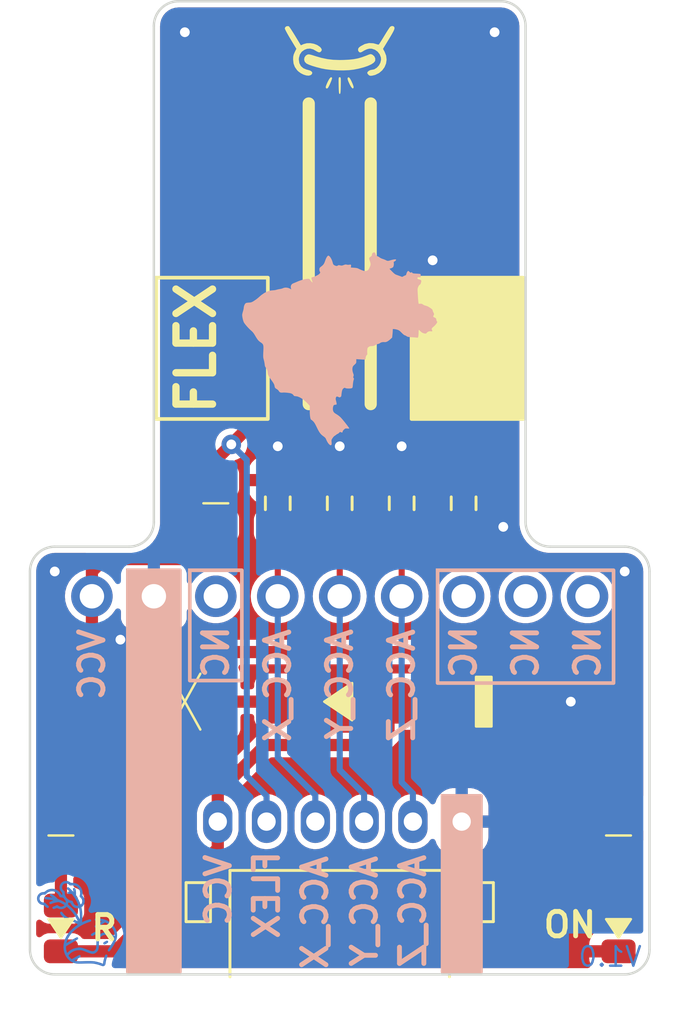
<source format=kicad_pcb>
(kicad_pcb (version 20221018) (generator pcbnew)
  (layers (0 "F.Cu" signal) (31 "B.Cu" signal) (34 "B.Paste" user) (35 "F.Paste" user) (36 "B.SilkS" user "B.Silkscreen") (37 "F.SilkS" user "F.Silkscreen") (38 "B.Mask" user) (39 "F.Mask" user) (44 "Edge.Cuts" user))
  (net 0 "")
  (net 1 "+5V")
  (net 2 "GND")
  (net 3 "X_AXIS")
  (net 4 "Y_AXIS")
  (net 5 "Z_AXIS")
  (net 6 "FLEX")
  (net 7 "Net-(D1-A)")
  (net 8 "Net-(D2-K)")
  (net 9 "VCC")
  (net 10 "Net-(D3-A)")
  (footprint "Capacitor_Tantalum_SMD:CP_EIA-3528-21_Kemet-B" (layer "F.Cu") (at 160.02 109.728)
    (fp_text reference "C1")
    (fp_text value "10uF")
    (pad "1" smd roundrect (at -1.5375 0) (size 1.325 2.35) (layers "F.Cu" "F.Paste" "F.Mask") (roundrect_rratio 0.1886792453) (net 1 "+5V"))
    (pad "2" smd roundrect (at 1.5375 0) (size 1.325 2.35) (layers "F.Cu" "F.Paste" "F.Mask") (roundrect_rratio 0.1886792453) (net 2 "GND"))
  )
  (footprint "Diode_SMD:D_SMA" (layer "F.Cu") (at 153.67 109.728)
    (fp_text reference "D2")
    (fp_text value "SS34")
    (pad "1" smd roundrect (at -2 0) (size 2.5 1.8) (layers "F.Cu" "F.Paste" "F.Mask") (roundrect_rratio 0.1388888889) (net 8 "Net-(D2-K)"))
    (pad "2" smd roundrect (at 2 0) (size 2.5 1.8) (layers "F.Cu" "F.Paste" "F.Mask") (roundrect_rratio 0.1388888889) (net 9 "VCC"))
  )
  (footprint "LED_SMD:LED_0805_2012Metric" (layer "F.Cu") (at 142.24 119.0225 90)
    (fp_text reference "D3")
    (fp_text value "RED")
    (pad "1" smd roundrect (at -0.9375 0 90) (size 0.975 1.4) (layers "F.Cu" "F.Paste" "F.Mask") (net 9 "VCC"))
    (pad "2" smd roundrect (at 0.9375 0 90) (size 0.975 1.4) (layers "F.Cu" "F.Paste" "F.Mask") (net 10 "Net-(D3-A)"))
  )
  (footprint "Connector_JST:JST_PH_S6B-PH-K_1x06_P2.00mm_Horizontal" (layer "F.Cu") (at 148.67 114.644)
    (fp_text reference "J1")
    (fp_text value "JST")
    (pad "1" thru_hole oval (at 0 0) (size 1.2 1.75) (drill 0.75) (layers "*.Cu" "*.Mask") (net 9 "VCC"))
    (pad "2" thru_hole oval (at 2 0) (size 1.2 1.75) (drill 0.75) (layers "*.Cu" "*.Mask") (net 6 "FLEX"))
    (pad "3" thru_hole oval (at 4 0) (size 1.2 1.75) (drill 0.75) (layers "*.Cu" "*.Mask") (net 3 "X_AXIS"))
    (pad "4" thru_hole oval (at 6 0) (size 1.2 1.75) (drill 0.75) (layers "*.Cu" "*.Mask") (net 4 "Y_AXIS"))
    (pad "5" thru_hole oval (at 8 0) (size 1.2 1.75) (drill 0.75) (layers "*.Cu" "*.Mask") (net 5 "Z_AXIS"))
    (pad "6" thru_hole roundrect (at 10 0) (size 1.2 1.75) (drill 0.75) (layers "*.Cu" "*.Mask") (net 2 "GND"))
  )
  (footprint "Connector_PinSocket_2.54mm:PinSocket_1x04_P2.54mm_Vertical_SMD_Pin1Left" (layer "F.Cu") (at 153.67 95.25 90)
    (fp_text reference "J3")
    (fp_text value "Modu")
    (pad "1" smd rect (at 0 -3.81 90) (size 5.334 1.27) (layers "F.Cu" "F.Paste" "F.Mask") (net 6 "FLEX"))
    (pad "4" smd rect (at 0 3.81 90) (size 5.334 1.27) (layers "F.Cu" "F.Paste" "F.Mask") (net 2 "GND"))
  )
  (footprint "Capacitor_SMD:C_0805_2012Metric" (layer "F.Cu") (at 153.67 101.6 90)
    (fp_text reference "C3")
    (fp_text value "100nF")
    (pad "1" smd roundrect (at -0.95 0 90) (size 1 1.45) (layers "F.Cu" "F.Paste" "F.Mask") (net 4 "Y_AXIS"))
    (pad "2" smd roundrect (at 0.95 0 90) (size 1 1.45) (layers "F.Cu" "F.Paste" "F.Mask") (net 2 "GND"))
  )
  (footprint "Resistor_SMD:R_0805_2012Metric" (layer "F.Cu") (at 142.24 115.2125 90)
    (fp_text reference "R3")
    (fp_text value "1k")
    (pad "1" smd roundrect (at -0.9125 0 90) (size 1.025 1.4) (layers "F.Cu" "F.Paste" "F.Mask") (roundrect_rratio 0.243902439) (net 10 "Net-(D3-A)"))
    (pad "2" smd roundrect (at 0.9125 0 90) (size 1.025 1.4) (layers "F.Cu" "F.Paste" "F.Mask") (roundrect_rratio 0.243902439) (net 2 "GND"))
  )
  (footprint "Resistor_SMD:R_0805_2012Metric" (layer "F.Cu") (at 165.1 115.2125 -90)
    (fp_text reference "R2")
    (fp_text value "1k")
    (pad "1" smd roundrect (at -0.9125 0 270) (size 1.025 1.4) (layers "F.Cu" "F.Paste" "F.Mask") (roundrect_rratio 0.243902439) (net 1 "+5V"))
    (pad "2" smd roundrect (at 0.9125 0 270) (size 1.025 1.4) (layers "F.Cu" "F.Paste" "F.Mask") (roundrect_rratio 0.243902439) (net 7 "Net-(D1-A)"))
  )
  (footprint "Connector_PinSocket_2.54mm:PinSocket_1x09_P2.54mm_Vertical" (layer "F.Cu") (at 163.83 105.41 -90)
    (fp_text reference "J2")
    (fp_text value "Modu")
    (pad "1" thru_hole circle (at 0 0 270) (size 1.7 1.7) (drill 1) (layers "*.Cu" "*.Mask"))
    (pad "2" thru_hole oval (at 0 2.54 270) (size 1.7 1.7) (drill 1) (layers "*.Cu" "*.Mask"))
    (pad "3" thru_hole oval (at 0 5.08 270) (size 1.7 1.7) (drill 1) (layers "*.Cu" "*.Mask"))
    (pad "4" thru_hole oval (at 0 7.62 270) (size 1.7 1.7) (drill 1) (layers "*.Cu" "*.Mask") (net 5 "Z_AXIS"))
    (pad "5" thru_hole oval (at 0 10.16 270) (size 1.7 1.7) (drill 1) (layers "*.Cu" "*.Mask") (net 4 "Y_AXIS"))
    (pad "6" thru_hole oval (at 0 12.7 270) (size 1.7 1.7) (drill 1) (layers "*.Cu" "*.Mask") (net 3 "X_AXIS"))
    (pad "7" thru_hole oval (at 0 15.24 270) (size 1.7 1.7) (drill 1) (layers "*.Cu" "*.Mask"))
    (pad "8" thru_hole rect (at 0 17.78 270) (size 1.7 1.7) (drill 1) (layers "*.Cu" "*.Mask") (net 2 "GND"))
    (pad "9" thru_hole oval (at 0 20.32 270) (size 1.7 1.7) (drill 1) (layers "*.Cu" "*.Mask") (net 1 "+5V"))
  )
  (footprint "LED_SMD:LED_0805_2012Metric" (layer "F.Cu") (at 165.1 119.0225 90)
    (fp_text reference "D1")
    (fp_text value "WHITE")
    (pad "1" smd roundrect (at -0.9375 0 90) (size 0.975 1.4) (layers "F.Cu" "F.Paste" "F.Mask") (net 2 "GND"))
    (pad "2" smd roundrect (at 0.9375 0 90) (size 0.975 1.4) (layers "F.Cu" "F.Paste" "F.Mask") (net 7 "Net-(D1-A)"))
  )
  (footprint "Fuse:Fuse_1210_3225Metric" (layer "F.Cu") (at 147.32 109.728 180)
    (fp_text reference "F1")
    (fp_text value "Fuse")
    (pad "1" smd roundrect (at -1.4 0 180) (size 1.25 2.65) (layers "F.Cu" "F.Paste" "F.Mask") (roundrect_rratio 0.2) (net 8 "Net-(D2-K)"))
    (pad "2" smd roundrect (at 1.4 0 180) (size 1.25 2.65) (layers "F.Cu" "F.Paste" "F.Mask") (roundrect_rratio 0.2) (net 1 "+5V"))
  )
  (footprint "Capacitor_SMD:C_0805_2012Metric" (layer "F.Cu") (at 151.13 101.6 90)
    (fp_text reference "C2")
    (fp_text value "100nF")
    (pad "1" smd roundrect (at -0.95 0 90) (size 1 1.45) (layers "F.Cu" "F.Paste" "F.Mask") (net 3 "X_AXIS"))
    (pad "2" smd roundrect (at 0.95 0 90) (size 1 1.45) (layers "F.Cu" "F.Paste" "F.Mask") (net 2 "GND"))
  )
  (footprint "Resistor_SMD:R_0805_2012Metric" (layer "F.Cu") (at 148.59 101.6 90)
    (fp_text reference "R1")
    (fp_text value "10k")
    (pad "1" smd roundrect (at -0.9125 0 90) (size 1.025 1.4) (layers "F.Cu" "F.Paste" "F.Mask") (roundrect_rratio 0.243902439) (net 1 "+5V"))
    (pad "2" smd roundrect (at 0.9125 0 90) (size 1.025 1.4) (layers "F.Cu" "F.Paste" "F.Mask") (roundrect_rratio 0.243902439) (net 6 "FLEX"))
  )
  (footprint "Logo_Icons:flex" (layer "F.Cu") (at 153.67 83.439 180)
    (fp_text reference "G***")
    (fp_text value "LOGO" hide)
  )
  (footprint "Capacitor_SMD:C_0805_2012Metric" (layer "F.Cu") (at 158.75 101.6 -90)
    (fp_text reference "C5")
    (fp_text value "100nF")
    (pad "1" smd roundrect (at -0.95 0 270) (size 1 1.45) (layers "F.Cu" "F.Paste" "F.Mask") (net 6 "FLEX"))
    (pad "2" smd roundrect (at 0.95 0 270) (size 1 1.45) (layers "F.Cu" "F.Paste" "F.Mask") (net 2 "GND"))
  )
  (footprint "Capacitor_SMD:C_0805_2012Metric" (layer "F.Cu") (at 156.21 101.6 90)
    (fp_text reference "C4")
    (fp_text value "100nF")
    (pad "1" smd roundrect (at -0.95 0 90) (size 1 1.45) (layers "F.Cu" "F.Paste" "F.Mask") (net 5 "Z_AXIS"))
    (pad "2" smd roundrect (at 0.95 0 90) (size 1 1.45) (layers "F.Cu" "F.Paste" "F.Mask") (net 2 "GND"))
  )
  (footprint "Logo_Icons:brazil" (layer "B.Cu") (at 153.67 95.25 180)
    (fp_text reference "G***")
    (fp_text value "LOGO" hide)
  )
  (footprint "Logo_Icons:nabo" (layer "B.Cu") (at 142.9004 118.8212 180)
    (fp_text reference "G***")
    (fp_text value "LOGO" hide)
    (fp_poly (pts (xy -1.216101 -0.700833) (xy -1.195343 -0.709957) (xy -1.169683 -0.722947) (xy -1.14239 -0.737991) (xy -1.116734 -0.753274) (xy -1.095983 -0.766984) (xy -1.083405 -0.777306) (xy -1.082319 -0.778588) (xy -1.074621 -0.798588) (xy -1.07691 -0.820861) (xy -1.087233 -0.841403) (xy -1.103634 -0.856207) (xy -1.122691 -0.861314) (xy -1.135111 -0.857923) (xy -1.155839 -0.84893) (xy -1.181525 -0.835879) (xy -1.198537 -0.826389) (xy -1.234018 -0.804539) (xy -1.258044 -0.78616) (xy -1.271923 -0.769817) (xy -1.276963 -0.754074) (xy -1.275708 -0.741706) (xy -1.265309 -0.720019) (xy -1.248504 -0.703957) (xy -1.229408 -0.697399) (xy -1.22869 -0.697389)) (fill solid) (layer "B.Cu"))
    (fp_poly (pts (xy -0.739371 -0.338523) (xy -0.716848 -0.347908) (xy -0.689093 -0.361493) (xy -0.659182 -0.377592) (xy -0.630195 -0.394522) (xy -0.605209 -0.410599) (xy -0.587304 -0.424138) (xy -0.582867 -0.428409) (xy -0.571976 -0.445309) (xy -0.567483 -0.4622) (xy -0.573174 -0.4808) (xy -0.587252 -0.498358) (xy -0.605228 -0.510262) (xy -0.616742 -0.512785) (xy -0.628673 -0.509535) (xy -0.649418 -0.500695) (xy -0.676014 -0.487631) (xy -0.704319 -0.472377) (xy -0.733483 -0.455478) (xy -0.758991 -0.439763) (xy -0.778005 -0.427042) (xy -0.787457 -0.419391) (xy -0.799223 -0.397928) (xy -0.800212 -0.375266) (xy -0.791825 -0.354899) (xy -0.775468 -0.340322) (xy -0.753582 -0.33502)) (fill solid) (layer "B.Cu"))
    (fp_poly (pts (xy 0.49671 1.745239) (xy 0.547245 1.730516) (xy 0.594096 1.706521) (xy 0.635655 1.673991) (xy 0.670313 1.633666) (xy 0.696462 1.586281) (xy 0.712494 1.532576) (xy 0.716394 1.500973) (xy 0.714678 1.442571) (xy 0.70121 1.389062) (xy 0.67534 1.338696) (xy 0.638732 1.292221) (xy 0.622421 1.273045) (xy 0.613276 1.256571) (xy 0.608608 1.236633) (xy 0.606686 1.218721) (xy 0.604888 1.195463) (xy 0.605346 1.182701) (xy 0.609121 1.177312) (xy 0.617274 1.17617) (xy 0.621119 1.176193) (xy 0.632094 1.178341) (xy 0.642056 1.186197) (xy 0.653501 1.20229) (xy 0.663203 1.218875) (xy 0.679654 1.243926) (xy 0.702148 1.272827) (xy 0.726521 1.300325) (xy 0.73309 1.307033) (xy 0.789655 1.354091) (xy 0.852007 1.389608) (xy 0.918549 1.413552) (xy 0.987682 1.42589) (xy 1.057807 1.426589) (xy 1.127327 1.415617) (xy 1.194643 1.392941) (xy 1.258157 1.358529) (xy 1.309314 1.318803) (xy 1.323868 1.30638) (xy 1.336697 1.298726) (xy 1.352078 1.294404) (xy 1.374288 1.291979) (xy 1.392627 1.29084) (xy 1.427309 1.287667) (xy 1.454969 1.281595) (xy 1.482201 1.270991) (xy 1.492483 1.266088) (xy 1.541668 1.234512) (xy 1.58291 1.193065) (xy 1.614619 1.143945) (xy 1.635204 1.089351) (xy 1.640758 1.061192) (xy 1.642273 1.003566) (xy 1.631472 0.94831) (xy 1.609628 0.897059) (xy 1.578015 0.851447) (xy 1.537909 0.813109) (xy 1.490584 0.783679) (xy 1.437312 0.764792) (xy 1.405492 0.759442) (xy 1.381566 0.756198) (xy 1.365149 0.750703) (xy 1.350753 0.740148) (xy 1.333871 0.722791) (xy 1.30844 0.698167) (xy 1.279837 0.67518) (xy 1.251073 0.655825) (xy 1.225162 0.642097) (xy 1.205117 0.635991) (xy 1.202559 0.635855) (xy 1.179455 0.641921) (xy 1.162983 0.658318) (xy 1.155639 0.682342) (xy 1.155478 0.686842) (xy 1.157738 0.703893) (xy 1.166604 0.717378) (xy 1.181117 0.729515) (xy 1.196514 0.742294) (xy 1.218177 0.762023) (xy 1.242939 0.785755) (xy 1.262236 0.805015) (xy 1.317716 0.86148) (xy 1.363304 0.86148) (xy 1.413478 0.867201) (xy 1.456824 0.883612) (xy 1.492144 0.909588) (xy 1.518238 0.944007) (xy 1.533909 0.985741) (xy 1.538141 1.025572) (xy 1.531926 1.072087) (xy 1.514416 1.112306) (xy 1.486989 1.145075) (xy 1.451022 1.169238) (xy 1.407892 1.183639) (xy 1.358977 1.187123) (xy 1.34667 1.18622) (xy 1.29923 1.181456) (xy 1.260979 1.220013) (xy 1.226439 1.252232) (xy 1.19415 1.275897) (xy 1.15934 1.29419) (xy 1.134966 1.304019) (xy 1.072657 1.320367) (xy 1.01017 1.323124) (xy 0.966594 1.317156) (xy 0.902422 1.297514) (xy 0.84669 1.267115) (xy 0.799319 1.2259) (xy 0.760232 1.173807) (xy 0.744831 1.14581) (xy 0.731275 1.120068) (xy 0.718571 1.098569) (xy 0.708769 1.084689) (xy 0.706056 1.081978) (xy 0.692566 1.076766) (xy 0.671944 1.07374) (xy 0.663137 1.073432) (xy 0.636927 1.071307) (xy 0.607594 1.065943) (xy 0.596257 1.062966) (xy 0.571653 1.053524) (xy 0.554131 1.040042) (xy 0.540112 1.02212) (xy 0.523053 0.998817) (xy 0.50274 0.973097) (xy 0.492068 0.96038) (xy 0.476687 0.941413) (xy 0.468562 0.926119) (xy 0.465408 0.908381) (xy 0.464926 0.887742) (xy 0.464926 0.846463) (xy 0.487147 0.86096) (xy 0.5203 0.880981) (xy 0.562304 0.903949) (xy 0.609247 0.927897) (xy 0.657218 0.95086) (xy 0.702306 0.970872) (xy 0.721285 0.978658) (xy 0.760777 0.995342) (xy 0.788771 1.009677) (xy 0.807033 1.022633) (xy 0.813143 1.028991) (xy 0.84106 1.05952) (xy 0.876566 1.092717) (xy 0.91659 1.126189) (xy 0.95806 1.15754) (xy 0.997904 1.184378) (xy 1.033049 1.204309) (xy 1.045312 1.209898) (xy 1.062833 1.215627) (xy 1.075887 1.214438) (xy 1.086335 1.209435) (xy 1.102862 1.195508) (xy 1.113119 1.180869) (xy 1.117884 1.160575) (xy 1.111375 1.141214) (xy 1.092868 1.121665) (xy 1.061638 1.100805) (xy 1.061309 1.100614) (xy 1.033487 1.084151) (xy 1.017625 1.073388) (xy 1.013591 1.067642) (xy 1.021252 1.066228) (xy 1.040477 1.068462) (xy 1.055577 1.070937) (xy 1.090104 1.076247) (xy 1.13042 1.081511) (xy 1.172675 1.086321) (xy 1.213015 1.090269) (xy 1.247588 1.092945) (xy 1.272542 1.093943) (xy 1.272745 1.093943) (xy 1.298689 1.088825) (xy 1.318358 1.075406) (xy 1.330248 1.056597) (xy 1.332859 1.035303) (xy 1.324686 1.014433) (xy 1.317854 1.00666) (xy 1.309332 1.000375) (xy 1.297437 0.995592) (xy 1.279635 0.991779) (xy 1.253391 0.988402) (xy 1.216172 0.984927) (xy 1.213587 0.984708) (xy 1.179351 0.981384) (xy 1.142374 0.97706) (xy 1.104546 0.972048) (xy 1.067756 0.966661) (xy 1.033891 0.961214) (xy 1.004841 0.956019) (xy 0.982494 0.951391) (xy 0.968739 0.947642) (xy 0.965465 0.945086) (xy 0.969681 0.944226) (xy 0.984197 0.940873) (xy 1.006512 0.933208) (xy 1.03348 0.922604) (xy 1.061951 0.910435) (xy 1.08878 0.898073) (xy 1.11082 0.886892) (xy 1.124922 0.878266) (xy 1.128176 0.875067) (xy 1.135204 0.849922) (xy 1.130953 0.825657) (xy 1.116951 0.807279) (xy 1.105249 0.799036) (xy 1.094115 0.794871) (xy 1.080634 0.795059) (xy 1.061893 0.799871) (xy 1.034977 0.80958) (xy 1.01684 0.816631) (xy 0.946987 0.84089) (xy 0.875096 0.860137) (xy 0.807094 0.872826) (xy 0.796448 0.874207) (xy 0.772181 0.876686) (xy 0.754056 0.876534) (xy 0.737025 0.872847) (xy 0.716041 0.864723) (xy 0.697652 0.856528) (xy 0.668992 0.842727) (xy 0.634019 0.824704) (xy 0.598137 0.805284) (xy 0.57879 0.794351) (xy 0.51147 0.755542) (xy 0.537326 0.733191) (xy 0.567333 0.71367) (xy 0.604246 0.698839) (xy 0.64149 0.691123) (xy 0.652948 0.690552) (xy 0.687198 0.695017) (xy 0.72441 0.706843) (xy 0.757926 0.723674) (xy 0.769345 0.731706) (xy 0.792065 0.747941) (xy 0.810918 0.755355) (xy 0.830112 0.754131) (xy 0.853855 0.744451) (xy 0.869525 0.736065) (xy 0.897157 0.72227) (xy 0.925985 0.710377) (xy 0.946945 0.70374) (xy 0.98064 0.691633) (xy 1.002358 0.674644) (xy 1.011592 0.653208) (xy 1.011898 0.648026) (xy 1.006201 0.627334) (xy 0.991869 0.608858) (xy 0.973038 0.596976) (xy 0.96165 0.594832) (xy 0.945006 0.597173) (xy 0.920396 0.60324) (xy 0.892517 0.6116) (xy 0.866065 0.620819) (xy 0.845739 0.629466) (xy 0.842466 0.631199) (xy 0.833001 0.635024) (xy 0.82231 0.634705) (xy 0.806955 0.629446) (xy 0.783496 0.618447) (xy 0.779958 0.616696) (xy 0.723434 0.595996) (xy 0.66442 0.587937) (xy 0.604842 0.592217) (xy 0.546626 0.608536) (xy 0.491699 0.636592) (xy 0.450449 0.668161) (xy 0.424001 0.692054) (xy 0.398313 0.670087) (xy 0.321535 0.599564) (xy 0.2468 0.521644) (xy 0.177301 0.439939) (xy 0.116228 0.35806) (xy 0.096236 0.328183) (xy 0.079815 0.301747) (xy 0.0615 0.27055) (xy 0.042421 0.236726) (xy 0.023708 0.202412) (xy 0.006493 0.169745) (xy -0.008095 0.14086) (xy -0.018925 0.117892) (xy -0.024867 0.102979) (xy -0.025414 0.098343) (xy -0.018433 0.099942) (xy -0.00248 0.106855) (xy 0.019467 0.117747) (xy 0.028134 0.122318) (xy 0.059553 0.137826) (xy 0.096305 0.153349) (xy 0.140363 0.169611) (xy 0.193695 0.187338) (xy 0.258272 0.207253) (xy 0.263121 0.208704) (xy 0.344432 0.238453) (xy 0.416601 0.276672) (xy 0.455883 0.303684) (xy 0.492724 0.334408) (xy 0.529542 0.3704) (xy 0.5624 0.407532) (xy 0.586863 0.440899) (xy 0.603433 0.464629) (xy 0.617765 0.478309) (xy 0.633162 0.484389) (xy 0.646921 0.485437) (xy 0.668776 0.480408) (xy 0.683218 0.467422) (xy 0.69285 0.452049) (xy 0.696427 0.436328) (xy 0.693274 0.418443) (xy 0.682713 0.396575) (xy 0.664066 0.368908) (xy 0.636657 0.333624) (xy 0.630534 0.32607) (xy 0.57439 0.267028) (xy 0.507168 0.213386) (xy 0.430797 0.166326) (xy 0.347207 0.127028) (xy 0.258326 0.096674) (xy 0.253962 0.095463) (xy 0.21621 0.084358) (xy 0.176766 0.071536) (xy 0.141262 0.058882) (xy 0.122793 0.051567) (xy 0.097361 0.039753) (xy 0.068992 0.024852) (xy 0.040246 0.008434) (xy 0.013683 -0.007928) (xy -0.008135 -0.022662) (xy -0.022649 -0.034198) (xy -0.027349 -0.04058) (xy -0.022079 -0.046826) (xy -0.008317 -0.057892) (xy 0.009443 -0.070352) (xy 0.072264 -0.115735) (xy 0.138063 -0.169829) (xy 0.203539 -0.229526) (xy 0.26539 -0.291718) (xy 0.320313 -0.353295) (xy 0.35105 -0.391938) (xy 0.416602 -0.488631) (xy 0.469727 -0.587297) (xy 0.51037 -0.687239) (xy 0.538476 -0.78776) (xy 0.553991 -0.888164) (xy 0.55686 -0.987754) (xy 0.547029 -1.085832) (xy 0.524442 -1.181704) (xy 0.489045 -1.27467) (xy 0.440784 -1.364036) (xy 0.428747 -1.382675) (xy 0.374292 -1.45315) (xy 0.311721 -1.513606) (xy 0.242147 -1.563149) (xy 0.166682 -1.600879) (xy 0.150195 -1.607216) (xy 0.114379 -1.619431) (xy 0.079937 -1.629055) (xy 0.044765 -1.63629) (xy 0.006757 -1.64134) (xy -0.03619 -1.644407) (xy -0.086181 -1.645695) (xy -0.145321 -1.645405) (xy -0.215714 -1.643742) (xy -0.225626 -1.643441) (xy -0.320955 -1.640763) (xy -0.40381 -1.639059) (xy -0.475355 -1.638347) (xy -0.536758 -1.638645) (xy -0.589184 -1.639972) (xy -0.633798 -1.642345) (xy -0.671767 -1.645782) (xy -0.704257 -1.650301) (xy -0.707645 -1.650883) (xy -0.815855 -1.673549) (xy -0.914078 -1.702094) (xy -0.970457 -1.722795) (xy -1.010614 -1.737727) (xy -1.041682 -1.746398) (xy -1.066524 -1.749192) (xy -1.088002 -1.746489) (xy -1.104538 -1.740693) (xy -1.128974 -1.724543) (xy -1.149835 -1.701052) (xy -1.163109 -1.675131) (xy -1.165226 -1.666353) (xy -1.167967 -1.648561) (xy -1.171888 -1.622706) (xy -1.176162 -1.594251) (xy -1.176341 -1.593055) (xy -1.184122 -1.547103) (xy -1.19379 -1.502778) (xy -1.206437 -1.455719) (xy -1.223155 -1.401562) (xy -1.228078 -1.386468) (xy -1.238527 -1.353903) (xy -1.244843 -1.331366) (xy -1.247491 -1.316009) (xy -1.246936 -1.304981) (xy -1.243644 -1.295434) (xy -1.243122 -1.294326) (xy -1.228011 -1.276041) (xy -1.207194 -1.266826) (xy -1.184713 -1.266848) (xy -1.164608 -1.276274) (xy -1.152996 -1.290611) (xy -1.141644 -1.316935) (xy -1.128952 -1.35315) (xy -1.115687 -1.396279) (xy -1.102612 -1.44334) (xy -1.090492 -1.491354) (xy -1.080094 -1.537343) (xy -1.072181 -1.578326) (xy -1.067519 -1.611324) (xy -1.066595 -1.627122) (xy -1.065409 -1.641841) (xy -1.060524 -1.645809) (xy -1.05463 -1.644047) (xy -0.931965 -1.598169) (xy -0.800494 -1.562706) (xy -0.724737 -1.547697) (xy -0.678703 -1.541756) (xy -0.619459 -1.53765) (xy -0.547346 -1.535384) (xy -0.462706 -1.534962) (xy -0.36588 -1.536389) (xy -0.25721 -1.539669) (xy -0.222207 -1.541021) (xy -0.149757 -1.54322) (xy -0.08877 -1.543355) (xy -0.037172 -1.541299) (xy 0.00711 -1.536923) (xy 0.046149 -1.5301) (xy 0.075159 -1.522749) (xy 0.104751 -1.514181) (xy -0.00745 -1.450002) (xy -0.043859 -1.428915) (xy -0.077032 -1.409217) (xy -0.104775 -1.392248) (xy -0.124899 -1.379347) (xy -0.135034 -1.372015) (xy -0.147561 -1.352961) (xy -0.149497 -1.331118) (xy -0.142292 -1.310169) (xy -0.127401 -1.293799) (xy -0.106275 -1.285692) (xy -0.100877 -1.285384) (xy -0.089569 -1.288801) (xy -0.068069 -1.29854) (xy -0.037878 -1.313827) (xy -0.000494 -1.33389) (xy 0.042583 -1.357958) (xy 0.065088 -1.370848) (xy 0.105931 -1.394284) (xy 0.142953 -1.415266) (xy 0.174483 -1.43287) (xy 0.198854 -1.446169) (xy 0.214397 -1.454241) (xy 0.219336 -1.456312) (xy 0.227753 -1.451527) (xy 0.242693 -1.438792) (xy 0.261776 -1.420537) (xy 0.282624 -1.399193) (xy 0.302858 -1.37719) (xy 0.320099 -1.356958) (xy 0.33137 -1.341852) (xy 0.35043 -1.312855) (xy 0.321855 -1.275008) (xy 0.279363 -1.228677) (xy 0.225822 -1.186505) (xy 0.163589 -1.149958) (xy 0.095022 -1.120502) (xy 0.05091 -1.106591) (xy 0.020665 -1.099443) (xy -0.010167 -1.094828) (xy -0.045891 -1.092286) (xy -0.090811 -1.09136) (xy -0.092301 -1.091352) (xy -0.122104 -1.091459) (xy -0.148112 -1.09243) (xy -0.172267 -1.094795) (xy -0.196514 -1.099083) (xy -0.222793 -1.105821) (xy -0.253048 -1.115539) (xy -0.289222 -1.128765) (xy -0.333256 -1.146029) (xy -0.387093 -1.167859) (xy -0.414183 -1.178962) (xy -0.480534 -1.20492) (xy -0.536978 -1.223912) (xy -0.585243 -1.236151) (xy -0.627058 -1.241853) (xy -0.664155 -1.24123) (xy -0.698261 -1.234498) (xy -0.731106 -1.221869) (xy -0.73713 -1.21893) (xy -0.774483 -1.195153) (xy -0.810599 -1.163367) (xy -0.841172 -1.127786) (xy -0.858264 -1.100383) (xy -0.870306 -1.074076) (xy -0.879561 -1.047108) (xy -0.886356 -1.017202) (xy -0.891022 -0.982084) (xy -0.893888 -0.939479) (xy -0.895285 -0.887111) (xy -0.895565 -0.843015) (xy -0.896337 -0.776575) (xy -0.898866 -0.721904) (xy -0.903634 -0.677155) (xy -0.911119 -0.640481) (xy -0.921803 -0.610038) (xy -0.936167 -0.583978) (xy -0.95469 -0.560455) (xy -0.974163 -0.540985) (xy -1.024121 -0.503915) (xy -1.080033 -0.478443) (xy -1.140164 -0.46486) (xy -1.202775 -0.463459) (xy -1.266132 -0.47453) (xy -1.300901 -0.486134) (xy -1.333823 -0.50188) (xy -1.372149 -0.524552) (xy -1.411705 -0.551314) (xy -1.448317 -0.579335) (xy -1.47781 -0.605779) (xy -1.47915 -0.607139) (xy -1.512244 -0.640996) (xy -1.491354 -0.690716) (xy -1.474444 -0.727245) (xy -1.451543 -0.770338) (xy -1.422081 -0.820963) (xy -1.385489 -0.880088) (xy -1.341197 -0.94868) (xy -1.325127 -0.973055) (xy -1.297285 -1.015967) (xy -1.277154 -1.049545) (xy -1.264247 -1.075396) (xy -1.258074 -1.095128) (xy -1.258147 -1.11035) (xy -1.263975 -1.122668) (xy -1.275071 -1.133692) (xy -1.27605 -1.13447) (xy -1.289934 -1.143871) (xy -1.302784 -1.148181) (xy -1.315747 -1.146455) (xy -1.329971 -1.137744) (xy -1.346604 -1.121103) (xy -1.366794 -1.095584) (xy -1.39169 -1.060241) (xy -1.422439 -1.014126) (xy -1.42301 -1.013256) (xy -1.44934 -0.972814) (xy -1.475408 -0.932108) (xy -1.499416 -0.893997) (xy -1.519565 -0.861338) (xy -1.534055 -0.836989) (xy -1.534842 -0.835616) (xy -1.581603 -0.743926) (xy -1.615245 -0.655387) (xy -1.63581 -0.569443) (xy -1.643341 -0.485536) (xy -1.63788 -0.403109) (xy -1.61947 -0.321607) (xy -1.588154 -0.240473) (xy -1.581459 -0.226491) (xy -1.53028 -0.137442) (xy -1.46926 -0.057519) (xy -1.399094 0.012867) (xy -1.320479 0.073303) (xy -1.234112 0.123379) (xy -1.140688 0.162683) (xy -1.040904 0.190803) (xy -0.935456 0.207328) (xy -0.839764 0.211951) (xy -0.803037 0.211751) (xy -0.777416 0.210919) (xy -0.760336 0.209108) (xy -0.749232 0.205974) (xy -0.741538 0.201169) (xy -0.738412 0.198277) (xy -0.726794 0.177918) (xy -0.725462 0.153942) (xy -0.734267 0.131566) (xy -0.740562 0.12426) (xy -0.749409 0.117319) (xy -0.760168 0.112929) (xy -0.77601 0.110525) (xy -0.800106 0.109541) (xy -0.823854 0.109394) (xy -0.855439 0.108726) (xy -0.889869 0.106908) (xy -0.92448 0.104218) (xy -0.956612 0.100936) (xy -0.983603 0.09734) (xy -1.002791 0.09371) (xy -1.011514 0.090325) (xy -1.011769 0.089698) (xy -1.006059 0.085244) (xy -0.990109 0.075042) (xy -0.96557 0.06009) (xy -0.934096 0.041385) (xy -0.89734 0.019928) (xy -0.873317 0.006077) (xy -0.824461 -0.022292) (xy -0.786522 -0.045274) (xy -0.758323 -0.06387) (xy -0.738692 -0.079081) (xy -0.726452 -0.091909) (xy -0.72043 -0.103354) (xy -0.719451 -0.114419) (xy -0.721427 -0.12341) (xy -0.732842 -0.142834) (xy -0.750804 -0.157802) (xy -0.770169 -0.164081) (xy -0.770906 -0.164092) (xy -0.780699 -0.160756) (xy -0.800686 -0.151308) (xy -0.829283 -0.136592) (xy -0.864908 -0.117447) (xy -0.90598 -0.094715) (xy -0.950915 -0.069238) (xy -0.970862 -0.057747) (xy -1.154576 0.048598) (xy -1.184085 0.033655) (xy -1.261817 -0.012471) (xy -1.332482 -0.067972) (xy -1.394834 -0.131366) (xy -1.447628 -0.201168) (xy -1.48962 -0.275893) (xy -1.519565 -0.354058) (xy -1.524628 -0.372406) (xy -1.52997 -0.397748) (xy -1.534257 -0.426386) (xy -1.537261 -0.455211) (xy -1.538758 -0.481117) (xy -1.53852 -0.500996) (xy -1.536321 -0.511741) (xy -1.534843 -0.512786) (xy -1.528187 -0.508784) (xy -1.514013 -0.498263) (xy -1.495313 -0.483451) (xy -1.494222 -0.482563) (xy -1.423917 -0.432381) (xy -1.352171 -0.39488) (xy -1.279695 -0.37018) (xy -1.207199 -0.358397) (xy -1.135395 -0.35965) (xy -1.064993 -0.374056) (xy -0.99912 -0.400505) (xy -0.938961 -0.435752) (xy -0.890704 -0.475326) (xy -0.852845 -0.520853) (xy -0.823883 -0.573961) (xy -0.812903 -0.602038) (xy -0.808049 -0.617009) (xy -0.804209 -0.632297) (xy -0.801199 -0.649912) (xy -0.798831 -0.671864) (xy -0.79692 -0.700166) (xy -0.79528 -0.736827) (xy -0.793724 -0.783859) (xy -0.792683 -0.820458) (xy -0.791004 -0.87136) (xy -0.78892 -0.918064) (xy -0.786563 -0.958532) (xy -0.784061 -0.990722) (xy -0.781546 -1.012594) (xy -0.779976 -1.020272) (xy -0.76479 -1.052605) (xy -0.741178 -1.084669) (xy -0.713409 -1.111112) (xy -0.700489 -1.119873) (xy -0.683932 -1.128234) (xy -0.667471 -1.132623) (xy -0.646252 -1.133858) (xy -0.622014 -1.133097) (xy -0.60136 -1.131542) (xy -0.581853 -1.128518) (xy -0.560803 -1.123223) (xy -0.53552 -1.114857) (xy -0.503313 -1.102619) (xy -0.461492 -1.085707) (xy -0.457923 -1.08424) (xy -0.383325 -1.054219) (xy -0.319173 -1.030012) (xy -0.263743 -1.011205) (xy -0.215306 -0.997382) (xy -0.172138 -0.988128) (xy -0.132512 -0.983031) (xy -0.094701 -0.981673) (xy -0.056979 -0.983642) (xy -0.044457 -0.984928) (xy 0.055004 -1.001513) (xy 0.145001 -1.027698) (xy 0.226019 -1.063699) (xy 0.298543 -1.109733) (xy 0.363057 -1.166017) (xy 0.36553 -1.168539) (xy 0.382826 -1.185684) (xy 0.396466 -1.198111) (xy 0.403684 -1.203309) (xy 0.403892 -1.203338) (xy 0.408124 -1.197198) (xy 0.414584 -1.180819) (xy 0.422327 -1.157264) (xy 0.43041 -1.129595) (xy 0.437887 -1.100874) (xy 0.443815 -1.074165) (xy 0.443958 -1.073432) (xy 0.449159 -1.03933) (xy 0.451998 -1.004868) (xy 0.452474 -0.973181) (xy 0.450589 -0.947407) (xy 0.446343 -0.930682) (xy 0.443926 -0.927174) (xy 0.435998 -0.921858) (xy 0.41754 -0.910533) (xy 0.389887 -0.893986) (xy 0.354374 -0.873006) (xy 0.312336 -0.84838) (xy 0.265108 -0.820896) (xy 0.214026 -0.791341) (xy 0.199876 -0.783183) (xy 0.148083 -0.753132) (xy 0.099922 -0.724777) (xy 0.056711 -0.698924) (xy 0.019767 -0.67638) (xy -0.009592 -0.657951) (xy -0.030051 -0.644443) (xy -0.040291 -0.636663) (xy -0.041133 -0.635648) (xy -0.047853 -0.611233) (xy -0.043357 -0.588528) (xy -0.029481 -0.570818) (xy -0.008059 -0.561385) (xy 0.000783 -0.560646) (xy 0.012829 -0.564168) (xy 0.035749 -0.574454) (xy 0.068779 -0.591085) (xy 0.111155 -0.613645) (xy 0.162116 -0.641713) (xy 0.220897 -0.674872) (xy 0.286737 -0.712704) (xy 0.358872 -0.75479) (xy 0.411734 -0.785982) (xy 0.43717 -0.801057) (xy 0.42638 -0.764606) (xy 0.388541 -0.660689) (xy 0.337708 -0.560193) (xy 0.274231 -0.463553) (xy 0.198462 -0.371201) (xy 0.110749 -0.283571) (xy 0.011445 -0.201097) (xy -0.082046 -0.135223) (xy -0.177145 -0.078035) (xy -0.279459 -0.025556) (xy -0.384397 0.020074) (xy -0.487369 0.056713) (xy -0.505196 0.062145) (xy -0.541047 0.074686) (xy -0.564684 0.087873) (xy -0.577562 0.102798) (xy -0.581157 0.119091) (xy -0.5777 0.143413) (xy -0.565623 0.159886) (xy -0.552753 0.168056) (xy -0.541539 0.17292) (xy -0.530213 0.174498) (xy -0.514958 0.172554) (xy -0.491957 0.166853) (xy -0.480082 0.163565) (xy -0.385691 0.133185) (xy -0.289587 0.094894) (xy -0.267093 0.084837) (xy -0.242248 0.073893) (xy -0.222517 0.065977) (xy -0.210847 0.062236) (xy -0.208996 0.062233) (xy -0.208436 0.069837) (xy -0.209413 0.087464) (xy -0.211716 0.111575) (xy -0.212244 0.116231) (xy -0.217477 0.181717) (xy -0.21945 0.256153) (xy -0.219226 0.272216) (xy -0.116072 0.272216) (xy -0.115552 0.237388) (xy -0.114397 0.208565) (xy -0.112607 0.188084) (xy -0.110178 0.178279) (xy -0.109394 0.177766) (xy -0.102931 0.1831) (xy -0.102557 0.185674) (xy -0.09917 0.19556) (xy -0.089863 0.214811) (xy -0.075916 0.241165) (xy -0.058607 0.272364) (xy -0.039216 0.306145) (xy -0.019023 0.340249) (xy 0.000692 0.372414) (xy 0.01865 0.400381) (xy 0.020816 0.403632) (xy 0.069499 0.471853) (xy 0.123871 0.540305) (xy 0.181453 0.606224) (xy 0.239762 0.666846) (xy 0.296317 0.719408) (xy 0.327514 0.745249) (xy 0.3539 0.767443) (xy 0.368493 0.783337) (xy 0.371535 0.793109) (xy 0.368312 0.806129) (xy 0.364985 0.826015) (xy 0.364143 0.832423) (xy 0.360668 0.850159) (xy 0.356124 0.860444) (xy 0.354346 0.86148) (xy 0.344913 0.859701) (xy 0.3266 0.855068) (xy 0.306643 0.849515) (xy 0.28447 0.842634) (xy 0.270402 0.835538) (xy 0.260422 0.824683) (xy 0.250514 0.806525) (xy 0.245099 0.795217) (xy 0.213275 0.742707) (xy 0.172374 0.698304) (xy 0.124277 0.663145) (xy 0.070864 0.638365) (xy 0.014018 0.625101) (xy -0.038444 0.623943) (xy -0.080512 0.62732) (xy -0.091404 0.571762) (xy -0.097576 0.536945) (xy -0.103764 0.496584) (xy -0.10874 0.458752) (xy -0.109208 0.45467) (xy -0.111837 0.424858) (xy -0.11384 0.38937) (xy -0.115214 0.350544) (xy -0.115959 0.310713) (xy -0.116072 0.272216) (xy -0.219226 0.272216) (xy -0.218341 0.335693) (xy -0.21433 0.416493) (xy -0.207598 0.494705) (xy -0.198324 0.566484) (xy -0.188751 0.618762) (xy -0.178404 0.666622) (xy -0.196887 0.68007) (xy -0.240846 0.720196) (xy -0.275824 0.76892) (xy -0.300757 0.823736) (xy -0.314583 0.882138) (xy -0.315961 0.931669) (xy -0.210188 0.931669) (xy -0.209984 0.893704) (xy -0.205069 0.864736) (xy -0.197382 0.844349) (xy -0.186033 0.822104) (xy -0.173236 0.801527) (xy -0.161203 0.786146) (xy -0.152147 0.779486) (xy -0.151549 0.779435) (xy -0.146862 0.785405) (xy -0.138925 0.801429) (xy -0.12907 0.824677) (xy -0.12341 0.83926) (xy -0.104957 0.88422) (xy -0.081321 0.935797) (xy -0.054694 0.989635) (xy -0.027265 1.041377) (xy -0.001226 1.086664) (xy 0.009975 1.104581) (xy 0.04073 1.152059) (xy 0.040877 1.236174) (xy 0.043207 1.301384) (xy 0.049809 1.356113) (xy 0.060465 1.399889) (xy 0.074957 1.432243) (xy 0.093067 1.452704) (xy 0.114578 1.460801) (xy 0.139272 1.456064) (xy 0.142044 1.454801) (xy 0.160726 1.43981) (xy 0.168753 1.417438) (xy 0.166303 1.386978) (xy 0.162518 1.372664) (xy 0.153448 1.342635) (xy 0.147777 1.321326) (xy 0.146407 1.308872) (xy 0.150238 1.305405) (xy 0.160169 1.31106) (xy 0.177102 1.325969) (xy 0.201935 1.350266) (xy 0.234882 1.38339) (xy 0.273847 1.422068) (xy 0.305018 1.451315) (xy 0.329743 1.471867) (xy 0.349372 1.484461) (xy 0.365252 1.489833) (xy 0.378734 1.488721) (xy 0.391166 1.481861) (xy 0.400284 1.473716) (xy 0.413743 1.456684) (xy 0.418261 1.439843) (xy 0.413244 1.421374) (xy 0.398102 1.399457) (xy 0.37224 1.372275) (xy 0.365002 1.365359) (xy 0.312939 1.316214) (xy 0.342782 1.3112) (xy 0.370707 1.301717) (xy 0.389225 1.285155) (xy 0.396512 1.263212) (xy 0.396555 1.261255) (xy 0.392857 1.2364) (xy 0.381009 1.219698) (xy 0.359878 1.210551) (xy 0.32833 1.208358) (xy 0.300668 1.210497) (xy 0.26844 1.214226) (xy 0.245554 1.215642) (xy 0.228802 1.213274) (xy 0.214976 1.205649) (xy 0.200865 1.191293) (xy 0.183262 1.168735) (xy 0.169379 1.150238) (xy 0.090628 1.035475) (xy 0.024613 0.9173) (xy -0.0252 0.804437) (xy -0.035014 0.776995) (xy -0.041932 0.753632) (xy -0.045024 0.737717) (xy -0.044779 0.733408) (xy -0.035766 0.727599) (xy -0.017247 0.726836) (xy 0.007732 0.730728) (xy 0.03613 0.738884) (xy 0.054697 0.746164) (xy 0.093521 0.768444) (xy 0.124023 0.798472) (xy 0.14769 0.8381) (xy 0.163917 0.881951) (xy 0.1719 0.904178) (xy 0.182027 0.919329) (xy 0.197297 0.929558) (xy 0.220709 0.937021) (xy 0.248412 0.942645) (xy 0.30507 0.958607) (xy 0.356413 0.985576) (xy 0.400707 1.020765) (xy 0.443144 1.069139) (xy 0.475157 1.125117) (xy 0.495848 1.186491) (xy 0.504318 1.251052) (xy 0.504187 1.275024) (xy 0.503888 1.297914) (xy 0.50657 1.312149) (xy 0.513907 1.322686) (xy 0.523042 1.330789) (xy 0.557955 1.361224) (xy 0.582631 1.387574) (xy 0.59867 1.412601) (xy 0.60767 1.439071) (xy 0.611231 1.469746) (xy 0.61149 1.483661) (xy 0.605377 1.531054) (xy 0.587961 1.571838) (xy 0.56054 1.604713) (xy 0.52441 1.628384) (xy 0.480869 1.641554) (xy 0.451252 1.643877) (xy 0.412642 1.640805) (xy 0.379988 1.630272) (xy 0.349099 1.610444) (xy 0.32472 1.588521) (xy 0.294007 1.558243) (xy 0.227081 1.562852) (xy 0.160825 1.563226) (xy 0.102762 1.554058) (xy 0.050616 1.534603) (xy 0.002113 1.504116) (xy -0.026543 1.479891) (xy -0.069134 1.431522) (xy -0.100233 1.376724) (xy -0.119421 1.317092) (xy -0.126276 1.254223) (xy -0.120379 1.189712) (xy -0.111963 1.155478) (xy -0.10638 1.135122) (xy -0.103042 1.119484) (xy -0.102631 1.115572) (xy -0.10706 1.106717) (xy -0.118923 1.091069) (xy -0.135977 1.0715) (xy -0.14272 1.064294) (xy -0.163108 1.041603) (xy -0.181002 1.019386) (xy -0.193143 1.001742) (xy -0.194747 0.998824) (xy -0.204956 0.968706) (xy -0.210188 0.931669) (xy -0.315961 0.931669) (xy -0.316238 0.941622) (xy -0.31452 0.957123) (xy -0.303729 1.001968) (xy -0.285025 1.048174) (xy -0.260977 1.090132) (xy -0.24306 1.113176) (xy -0.217943 1.140978) (xy -0.225203 1.180251) (xy -0.231568 1.251216) (xy -0.225119 1.321956) (xy -0.206625 1.390681) (xy -0.176857 1.455599) (xy -0.136584 1.514919) (xy -0.086575 1.566849) (xy -0.045546 1.598276) (xy -0.002074 1.624888) (xy 0.038686 1.643744) (xy 0.08099 1.65617) (xy 0.129096 1.663491) (xy 0.173661 1.666521) (xy 0.25502 1.670022) (xy 0.289892 1.696651) (xy 0.339082 1.726395) (xy 0.39102 1.743916) (xy 0.444098 1.749951)) (fill solid) (layer "B.Cu"))
  )
  (gr_rect (start 157.8864 113.5888) (end 159.4612 120.8024) (stroke (width 0.15)) (fill solid) (layer "B.SilkS"))
  (gr_rect (start 144.9832 104.3432) (end 147.1168 120.8024) (stroke (width 0.15)) (fill solid) (layer "B.SilkS"))
  (gr_rect (start 157.6832 104.3432) (end 164.8968 108.966) (stroke (width 0.15)) (fill none) (layer "B.SilkS"))
  (gr_rect (start 147.5232 104.3432) (end 149.6568 108.8644) (stroke (width 0.15)) (fill none) (layer "B.SilkS"))
  (gr_rect (start 146.1516 92.3544) (end 150.7236 98.1456) (stroke (width 0.15)) (fill none) (layer "F.SilkS"))
  (gr_line (start 154.94 85.217) (end 154.94 97.536) (stroke (width 0.5)) (layer "F.SilkS"))
  (gr_rect (start 156.6164 92.3544) (end 161.1884 98.1456) (stroke (width 0.15)) (fill solid) (layer "F.SilkS"))
  (gr_line (start 152.4 97.536) (end 152.4 85.217) (stroke (width 0.5)) (layer "F.SilkS"))
  (gr_arc (start 146.05 102.362) (mid 145.75242 103.08042) (end 145.034 103.378) (stroke (width 0.1)) (layer "Edge.Cuts"))
  (gr_line (start 162.306 103.378) (end 165.354 103.378) (stroke (width 0.1)) (layer "Edge.Cuts"))
  (gr_line (start 145.034 103.378) (end 141.986 103.378) (stroke (width 0.1)) (layer "Edge.Cuts"))
  (gr_line (start 146.05 92.456) (end 146.05 82.042) (stroke (width 0.1)) (layer "Edge.Cuts"))
  (gr_line (start 161.29 82.042) (end 161.29 92.456) (stroke (width 0.1)) (layer "Edge.Cuts"))
  (gr_arc (start 162.306 103.378) (mid 161.58758 103.08042) (end 161.29 102.362) (stroke (width 0.1)) (layer "Edge.Cuts"))
  (gr_arc (start 146.05 82.042) (mid 146.34758 81.32358) (end 147.066 81.026) (stroke (width 0.1)) (layer "Edge.Cuts"))
  (gr_line (start 161.29 92.456) (end 161.29 102.362) (stroke (width 0.1)) (layer "Edge.Cuts"))
  (gr_line (start 147.066 81.026) (end 160.274 81.026) (stroke (width 0.1)) (layer "Edge.Cuts"))
  (gr_line (start 166.37 104.394) (end 166.37 119.888) (stroke (width 0.1)) (layer "Edge.Cuts"))
  (gr_arc (start 160.274 81.026) (mid 160.99242 81.32358) (end 161.29 82.042) (stroke (width 0.1)) (layer "Edge.Cuts"))
  (gr_arc (start 140.97 104.394) (mid 141.26758 103.67558) (end 141.986 103.378) (stroke (width 0.1)) (layer "Edge.Cuts"))
  (gr_line (start 140.97 104.394) (end 140.97 119.888) (stroke (width 0.1)) (layer "Edge.Cuts"))
  (gr_arc (start 141.986 120.904) (mid 141.26758 120.60642) (end 140.97 119.888) (stroke (width 0.1)) (layer "Edge.Cuts"))
  (gr_arc (start 166.37 119.888) (mid 166.07242 120.60642) (end 165.354 120.904) (stroke (width 0.1)) (layer "Edge.Cuts"))
  (gr_line (start 141.986 120.904) (end 165.354 120.904) (stroke (width 0.1)) (layer "Edge.Cuts"))
  (gr_line (start 146.05 92.456) (end 146.05 102.362) (stroke (width 0.1)) (layer "Edge.Cuts"))
  (gr_arc (start 165.354 103.378) (mid 166.07242 103.67558) (end 166.37 104.394) (stroke (width 0.1)) (layer "Edge.Cuts"))
  (gr_text "V1.0" (at 166.116 120.65) (layer "B.Cu") (effects (font (size 0.8 0.8) (thickness 0.1)) (justify left bottom mirror)))
  (gr_text "NC" (at 163.83 107.696 90) (layer "B.SilkS") (effects (font (size 1 1) (thickness 0.2) bold) (justify mirror)))
  (gr_text "NC" (at 161.29 107.696 90) (layer "B.SilkS") (effects (font (size 1 1) (thickness 0.2) bold) (justify mirror)))
  (gr_text "VCC" (at 143.51 108.204 90) (layer "B.SilkS") (effects (font (size 1 1) (thickness 0.2) bold) (justify mirror)))
  (gr_text "ACC_Y" (at 153.67 109.0168 90) (layer "B.SilkS") (effects (font (size 1 1) (thickness 0.2) bold) (justify mirror)))
  (gr_text "ACC_Z" (at 156.6672 118.3132 90) (layer "B.SilkS") (effects (font (size 1 1) (thickness 0.2) bold) (justify mirror)))
  (gr_text "ACC_X" (at 151.13 109.0676 90) (layer "B.SilkS") (effects (font (size 1 1) (thickness 0.2) bold) (justify mirror)))
  (gr_text "NC" (at 158.75 107.696 90) (layer "B.SilkS") (effects (font (size 1 1) (thickness 0.2) bold) (justify mirror)))
  (gr_text "VCC" (at 148.6916 117.4496 90) (layer "B.SilkS") (effects (font (size 1 1) (thickness 0.2) bold) (justify mirror)))
  (gr_text "ACC_X" (at 152.654 118.364 90) (layer "B.SilkS") (effects (font (size 1 1) (thickness 0.2) bold) (justify mirror)))
  (gr_text "ACC_Y" (at 154.686 118.3132 90) (layer "B.SilkS") (effects (font (size 1 1) (thickness 0.2) bold) (justify mirror)))
  (gr_text "FLEX" (at 150.6728 117.6528 90) (layer "B.SilkS") (effects (font (size 1 1) (thickness 0.2) bold) (justify mirror)))
  (gr_text "ACC_Z" (at 156.21 109.0676 90) (layer "B.SilkS") (effects (font (size 1 1) (thickness 0.2) bold) (justify mirror)))
  (gr_text "NC" (at 148.59 107.696 90) (layer "B.SilkS") (effects (font (size 1 1) (thickness 0.2) bold) (justify mirror)))
  (gr_text "ON" (at 161.925 118.872) (layer "F.SilkS") (effects (font (size 1 1) (thickness 0.2) bold) (justify left)))
  (gr_text "FLEX" (at 147.7772 95.25 90) (layer "F.SilkS") (effects (font (size 1.5 1.5) (thickness 0.3) bold)))
  (gr_text "R" (at 143.383 118.999) (layer "F.SilkS") (effects (font (size 1 1) (thickness 0.2) bold) (justify left)))
  (segment (start 148.59 103.378) (end 148.59 102.5125) (width 0.5) (layer "F.Cu") (net 1))
  (segment (start 158.4825 111.2385) (end 161.544 114.3) (width 0.5) (layer "F.Cu") (net 1))
  (segment (start 146.304 107.696) (end 157.988 107.696) (width 0.5) (layer "F.Cu") (net 1))
  (segment (start 143.51 104.394) (end 144.018 103.886) (width 0.5) (layer "F.Cu") (net 1))
  (segment (start 161.544 114.3) (end 165.1 114.3) (width 0.5) (layer "F.Cu") (net 1))
  (segment (start 158.4825 109.728) (end 158.4825 111.2385) (width 0.5) (layer "F.Cu") (net 1))
  (segment (start 143.51 105.41) (end 143.51 104.394) (width 0.5) (layer "F.Cu") (net 1))
  (segment (start 157.988 107.696) (end 158.4825 108.1905) (width 0.5) (layer "F.Cu") (net 1))
  (segment (start 144.018 103.886) (end 148.082 103.886) (width 0.5) (layer "F.Cu") (net 1))
  (segment (start 158.4825 108.1905) (end 158.4825 109.728) (width 0.5) (layer "F.Cu") (net 1))
  (segment (start 143.51 108.3564) (end 143.51 105.41) (width 0.5) (layer "F.Cu") (net 1))
  (segment (start 144.8816 109.728) (end 143.51 108.3564) (width 0.5) (layer "F.Cu") (net 1))
  (segment (start 145.92 108.08) (end 146.304 107.696) (width 0.5) (layer "F.Cu") (net 1))
  (segment (start 145.92 109.728) (end 144.8816 109.728) (width 0.5) (layer "F.Cu") (net 1))
  (segment (start 145.92 109.728) (end 145.92 108.08) (width 0.5) (layer "F.Cu") (net 1))
  (segment (start 148.082 103.886) (end 148.59 103.378) (width 0.5) (layer "F.Cu") (net 1))
  (via (at 160.3756 102.5652) (size 0.8) (drill 0.4) (layers "F.Cu" "B.Cu") (net 2))
  (via (at 160.02 82.296) (size 0.8) (drill 0.4) (layers "F.Cu" "B.Cu") (net 2))
  (via (at 141.986 104.394) (size 0.8) (drill 0.4) (layers "F.Cu" "B.Cu") (net 2))
  (via (at 151.13 99.2632) (size 0.8) (drill 0.4) (layers "F.Cu" "B.Cu") (net 2))
  (via (at 144.6784 107.188) (size 0.8) (drill 0.4) (layers "F.Cu" "B.Cu") (net 2))
  (via (at 156.21 99.2632) (size 0.8) (drill 0.4) (layers "F.Cu" "B.Cu") (net 2))
  (via (at 165.354 104.394) (size 0.8) (drill 0.4) (layers "F.Cu" "B.Cu") (net 2))
  (via (at 157.48 91.6432) (size 0.8) (drill 0.4) (layers "F.Cu" "B.Cu") (net 2))
  (via (at 147.32 82.296) (size 0.8) (drill 0.4) (layers "F.Cu" "B.Cu") (net 2))
  (via (at 163.1442 109.728) (size 0.8) (drill 0.4) (layers "F.Cu" "B.Cu") (net 2))
  (via (at 153.67 99.2632) (size 0.8) (drill 0.4) (layers "F.Cu" "B.Cu") (net 2))
  (segment (start 151.13 102.55) (end 151.13 105.41) (width 0.25) (layer "F.Cu") (net 3))
  (segment (start 152.67 113.554) (end 152.67 114.644) (width 0.25) (layer "B.Cu") (net 3))
  (segment (start 151.13 105.41) (end 151.13 112.014) (width 0.25) (layer "B.Cu") (net 3))
  (segment (start 151.13 112.014) (end 152.67 113.554) (width 0.25) (layer "B.Cu") (net 3))
  (segment (start 153.67 102.55) (end 153.67 105.41) (width 0.25) (layer "F.Cu") (net 4))
  (segment (start 153.67 112.522) (end 154.67 113.522) (width 0.25) (layer "B.Cu") (net 4))
  (segment (start 154.67 113.522) (end 154.67 114.644) (width 0.25) (layer "B.Cu") (net 4))
  (segment (start 153.67 105.41) (end 153.67 112.522) (width 0.25) (layer "B.Cu") (net 4))
  (segment (start 156.21 102.55) (end 156.21 105.41) (width 0.25) (layer "F.Cu") (net 5))
  (segment (start 156.21 105.41) (end 156.21 113.03) (width 0.25) (layer "B.Cu") (net 5))
  (segment (start 156.67 113.49) (end 156.67 114.644) (width 0.25) (layer "B.Cu") (net 5))
  (segment (start 156.21 113.03) (end 156.67 113.49) (width 0.25) (layer "B.Cu") (net 5))
  (segment (start 149.86 98.552) (end 149.86 95.25) (width 0.5) (layer "F.Cu") (net 6))
  (segment (start 148.59 99.822) (end 149.225 99.187) (width 0.5) (layer "F.Cu") (net 6))
  (segment (start 150.876 95.25) (end 149.86 95.25) (width 0.25) (layer "F.Cu") (net 6))
  (segment (start 149.225 99.187) (end 149.86 98.552) (width 0.5) (layer "F.Cu") (net 6))
  (segment (start 157.3784 98.4504) (end 154.0764 98.4504) (width 0.25) (layer "F.Cu") (net 6))
  (segment (start 158.75 99.822) (end 157.3784 98.4504) (width 0.25) (layer "F.Cu") (net 6))
  (segment (start 158.75 100.65) (end 158.75 99.822) (width 0.25) (layer "F.Cu") (net 6))
  (segment (start 148.59 100.6875) (end 148.59 99.822) (width 0.5) (layer "F.Cu") (net 6))
  (segment (start 154.0764 98.4504) (end 150.876 95.25) (width 0.25) (layer "F.Cu") (net 6))
  (via (at 149.225 99.187) (size 0.8) (drill 0.4) (layers "F.Cu" "B.Cu") (net 6))
  (segment (start 149.86 112.776) (end 149.86 99.822) (width 0.25) (layer "B.Cu") (net 6))
  (segment (start 150.67 114.644) (end 150.67 113.586) (width 0.25) (layer "B.Cu") (net 6))
  (segment (start 149.86 99.822) (end 149.225 99.187) (width 0.25) (layer "B.Cu") (net 6))
  (segment (start 150.67 113.586) (end 149.86 112.776) (width 0.25) (layer "B.Cu") (net 6))
  (segment (start 165.1 118.085) (end 165.1 116.125) (width 0.5) (layer "F.Cu") (net 7))
  (segment (start 151.67 109.728) (end 148.72 109.728) (width 0.5) (layer "F.Cu") (net 8))
  (segment (start 155.67 111.03) (end 155.67 109.728) (width 0.5) (layer "F.Cu") (net 9))
  (segment (start 150.622 111.506) (end 155.194 111.506) (width 0.5) (layer "F.Cu") (net 9))
  (segment (start 148.67 113.458) (end 150.622 111.506) (width 0.5) (layer "F.Cu") (net 9))
  (segment (start 155.194 111.506) (end 155.67 111.03) (width 0.5) (layer "F.Cu") (net 9))
  (segment (start 144.454 119.96) (end 148.67 115.744) (width 0.5) (layer "F.Cu") (net 9))
  (segment (start 148.67 114.644) (end 148.67 113.458) (width 0.5) (layer "F.Cu") (net 9))
  (segment (start 148.67 115.744) (end 148.67 114.644) (width 0.5) (layer "F.Cu") (net 9))
  (segment (start 142.24 119.96) (end 144.454 119.96) (width 0.5) (layer "F.Cu") (net 9))
  (segment (start 142.24 118.085) (end 142.24 116.125) (width 0.5) (layer "F.Cu") (net 10))
  (zone (net 2) (net_name "GND") (layers "F&B.Cu") (connect_pads (clearance 0.254)) (min_thickness 0.254) (fill yes (thermal_gap 0.5) (thermal_bridge_width 0.5))
    (polygon (pts (xy 140.97 120.904) (xy 166.37 120.904) (xy 166.37 81.026) (xy 140.97 81.026)))
  )
)
</source>
